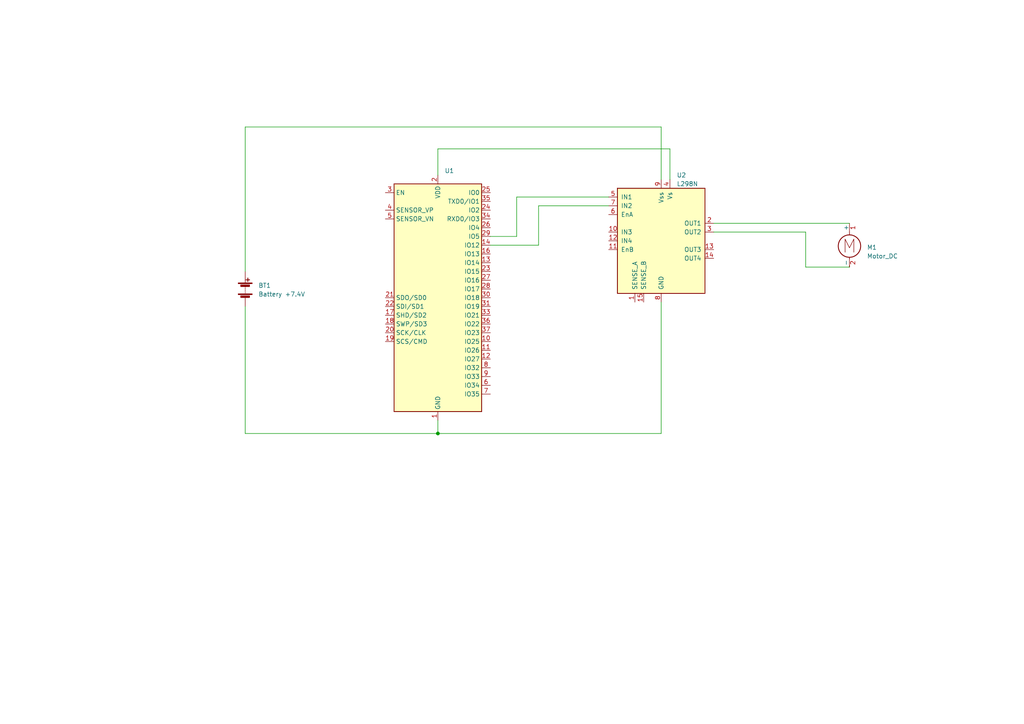
<source format=kicad_sch>
(kicad_sch (version 20230121) (generator eeschema)
  (paper "A4")
  (lib_symbols
    (symbol "Device:Battery" (pin_numbers hide) (pin_names (offset 0) hide)
      (property "Reference" "BT" (at 2.54 2.54 0))
      (property "Value" "Battery" (at 2.54 0 0))
      (symbol "Battery_0_1"
        (rectangle (start -2.032 -1.397) (end 2.032 -1.651) (fill (type outline)))
        (rectangle (start -2.032 1.778) (end 2.032 1.524) (fill (type outline)))
        (rectangle (start -1.3208 -1.9812) (end 1.27 -2.4892) (fill (type outline)))
        (rectangle (start -1.3208 1.1938) (end 1.27 0.6858) (fill (type outline)))
        (polyline (pts (xy 0 -1.524) (xy 0 -1.27)))
        (polyline (pts (xy 0 -1.016) (xy 0 -0.762)))
        (polyline (pts (xy 0 -0.508) (xy 0 -0.254)))
        (polyline (pts (xy 0 0) (xy 0 0.254)))
        (polyline (pts (xy 0 0.508) (xy 0 0.762)))
        (polyline (pts (xy 0 1.778) (xy 0 2.54)))
        (polyline (pts (xy 0.254 2.667) (xy 1.27 2.667)) (stroke (width 0.254)))
        (polyline (pts (xy 0.762 3.175) (xy 0.762 2.159)) (stroke (width 0.254)))
      )
      (symbol "Battery_1_1"
        (pin passive line (at 0 5.08 270) (length 2.54) (name "+") (number "1"))
        (pin passive line (at 0 -5.08 90) (length 2.54) (name "-") (number "2"))
      )
    )
    (symbol "Driver_Motor:L298N" (pin_names (offset 1.016))
      (property "Reference" "U" (at -10.16 16.51 0))
      (property "Value" "L298N" (at 12.7 16.51 0))
      (symbol "L298N_0_1"
        (rectangle (start -12.7 15.24) (end 12.7 -15.24) (stroke (width 0.254)) (fill (type background)))
      )
      (symbol "L298N_1_1"
        (pin power_in line (at -7.62 -17.78 90) (length 2.54) (name "SENSE_A") (number "1"))
        (pin input line (at -15.24 2.54 0) (length 2.54) (name "IN3") (number "10"))
        (pin input line (at -15.24 -2.54 0) (length 2.54) (name "EnB") (number "11"))
        (pin input line (at -15.24 0 0) (length 2.54) (name "IN4") (number "12"))
        (pin output line (at 15.24 -2.54 180) (length 2.54) (name "OUT3") (number "13"))
        (pin output line (at 15.24 -5.08 180) (length 2.54) (name "OUT4") (number "14"))
        (pin power_in line (at -5.08 -17.78 90) (length 2.54) (name "SENSE_B") (number "15"))
        (pin output line (at 15.24 5.08 180) (length 2.54) (name "OUT1") (number "2"))
        (pin output line (at 15.24 2.54 180) (length 2.54) (name "OUT2") (number "3"))
        (pin power_in line (at 2.54 17.78 270) (length 2.54) (name "Vs") (number "4"))
        (pin input line (at -15.24 12.7 0) (length 2.54) (name "IN1") (number "5"))
        (pin input line (at -15.24 7.62 0) (length 2.54) (name "EnA") (number "6"))
        (pin input line (at -15.24 10.16 0) (length 2.54) (name "IN2") (number "7"))
        (pin power_in line (at 0 -17.78 90) (length 2.54) (name "GND") (number "8"))
        (pin power_in line (at 0 17.78 270) (length 2.54) (name "Vss") (number "9"))
      )
    )
    (symbol "Motor:Motor_DC" (pin_names (offset 0))
      (property "Reference" "M" (at 2.54 2.54 0))
      (property "Value" "Motor_DC" (at 2.54 -5.08 0))
      (symbol "Motor_DC_0_0"
        (polyline (pts (xy -1.27 -3.302) (xy -1.27 0.508) (xy 0 -2.032) (xy 1.27 0.508) (xy 1.27 -3.302)))
      )
      (symbol "Motor_DC_0_1"
        (circle (center 0 -1.524) (radius 3.2512) (stroke (width 0.254)))
        (polyline (pts (xy 0 -7.62) (xy 0 -7.112)))
        (polyline (pts (xy 0 -4.7752) (xy 0 -5.1816)))
        (polyline (pts (xy 0 1.7272) (xy 0 2.0828)))
        (polyline (pts (xy 0 2.032) (xy 0 2.54)))
      )
      (symbol "Motor_DC_1_1"
        (pin passive line (at 0 5.08 270) (length 2.54) (name "+") (number "1"))
        (pin passive line (at 0 -7.62 90) (length 2.54) (name "-") (number "2"))
      )
    )
    (symbol "RF_Module:ESP32-WROOM-32"
      (property "Reference" "U" (at -12.7 34.29 0))
      (property "Value" "ESP32-WROOM-32" (at 1.27 34.29 0))
      (symbol "ESP32-WROOM-32_0_1"
        (rectangle (start -12.7 33.02) (end 12.7 -33.02) (stroke (width 0.254)) (fill (type background)))
      )
      (symbol "ESP32-WROOM-32_1_1"
        (pin power_in line (at 0 -35.56 90) (length 2.54) (name "GND") (number "1"))
        (pin bidirectional line (at 15.24 -12.7 180) (length 2.54) (name "IO25") (number "10"))
        (pin bidirectional line (at 15.24 -15.24 180) (length 2.54) (name "IO26") (number "11"))
        (pin bidirectional line (at 15.24 -17.78 180) (length 2.54) (name "IO27") (number "12"))
        (pin bidirectional line (at 15.24 10.16 180) (length 2.54) (name "IO14") (number "13"))
        (pin bidirectional line (at 15.24 15.24 180) (length 2.54) (name "IO12") (number "14"))
        (pin passive line (at 0 -35.56 90) (length 2.54) hide (name "GND") (number "15"))
        (pin bidirectional line (at 15.24 12.7 180) (length 2.54) (name "IO13") (number "16"))
        (pin bidirectional line (at -15.24 -5.08 0) (length 2.54) (name "SHD/SD2") (number "17"))
        (pin bidirectional line (at -15.24 -7.62 0) (length 2.54) (name "SWP/SD3") (number "18"))
        (pin bidirectional line (at -15.24 -12.7 0) (length 2.54) (name "SCS/CMD") (number "19"))
        (pin power_in line (at 0 35.56 270) (length 2.54) (name "VDD") (number "2"))
        (pin bidirectional line (at -15.24 -10.16 0) (length 2.54) (name "SCK/CLK") (number "20"))
        (pin bidirectional line (at -15.24 0 0) (length 2.54) (name "SDO/SD0") (number "21"))
        (pin bidirectional line (at -15.24 -2.54 0) (length 2.54) (name "SDI/SD1") (number "22"))
        (pin bidirectional line (at 15.24 7.62 180) (length 2.54) (name "IO15") (number "23"))
        (pin bidirectional line (at 15.24 25.4 180) (length 2.54) (name "IO2") (number "24"))
        (pin bidirectional line (at 15.24 30.48 180) (length 2.54) (name "IO0") (number "25"))
        (pin bidirectional line (at 15.24 20.32 180) (length 2.54) (name "IO4") (number "26"))
        (pin bidirectional line (at 15.24 5.08 180) (length 2.54) (name "IO16") (number "27"))
        (pin bidirectional line (at 15.24 2.54 180) (length 2.54) (name "IO17") (number "28"))
        (pin bidirectional line (at 15.24 17.78 180) (length 2.54) (name "IO5") (number "29"))
        (pin input line (at -15.24 30.48 0) (length 2.54) (name "EN") (number "3"))
        (pin bidirectional line (at 15.24 0 180) (length 2.54) (name "IO18") (number "30"))
        (pin bidirectional line (at 15.24 -2.54 180) (length 2.54) (name "IO19") (number "31"))
        (pin no_connect line (at -12.7 -27.94 0) (length 2.54) hide (name "NC") (number "32"))
        (pin bidirectional line (at 15.24 -5.08 180) (length 2.54) (name "IO21") (number "33"))
        (pin bidirectional line (at 15.24 22.86 180) (length 2.54) (name "RXD0/IO3") (number "34"))
        (pin bidirectional line (at 15.24 27.94 180) (length 2.54) (name "TXD0/IO1") (number "35"))
        (pin bidirectional line (at 15.24 -7.62 180) (length 2.54) (name "IO22") (number "36"))
        (pin bidirectional line (at 15.24 -10.16 180) (length 2.54) (name "IO23") (number "37"))
        (pin passive line (at 0 -35.56 90) (length 2.54) hide (name "GND") (number "38"))
        (pin passive line (at 0 -35.56 90) (length 2.54) hide (name "GND") (number "39"))
        (pin input line (at -15.24 25.4 0) (length 2.54) (name "SENSOR_VP") (number "4"))
        (pin input line (at -15.24 22.86 0) (length 2.54) (name "SENSOR_VN") (number "5"))
        (pin input line (at 15.24 -25.4 180) (length 2.54) (name "IO34") (number "6"))
        (pin input line (at 15.24 -27.94 180) (length 2.54) (name "IO35") (number "7"))
        (pin bidirectional line (at 15.24 -20.32 180) (length 2.54) (name "IO32") (number "8"))
        (pin bidirectional line (at 15.24 -22.86 180) (length 2.54) (name "IO33") (number "9"))
      )
    )
  )
  (junction (at 127 125.73))
  (wire (pts (xy 176.53 57.15) (xy 149.86 57.15)))
  (wire (pts (xy 233.68 77.47) (xy 246.38 77.47)))
  (wire (pts (xy 176.53 59.69) (xy 156.21 59.69)))
  (wire (pts (xy 149.86 57.15) (xy 149.86 68.58)))
  (wire (pts (xy 71.12 36.83) (xy 71.12 78.74)))
  (wire (pts (xy 156.21 71.12) (xy 142.24 71.12)))
  (wire (pts (xy 191.77 52.07) (xy 191.77 36.83)))
  (wire (pts (xy 71.12 88.9) (xy 71.12 125.73)))
  (wire (pts (xy 233.68 67.31) (xy 233.68 77.47)))
  (wire (pts (xy 207.01 67.31) (xy 233.68 67.31)))
  (wire (pts (xy 71.12 125.73) (xy 127 125.73)))
  (wire (pts (xy 149.86 68.58) (xy 142.24 68.58)))
  (wire (pts (xy 127 43.18) (xy 127 50.8)))
  (wire (pts (xy 127 125.73) (xy 127 121.92)))
  (wire (pts (xy 191.77 36.83) (xy 71.12 36.83)))
  (wire (pts (xy 207.01 64.77) (xy 246.38 64.77)))
  (wire (pts (xy 191.77 87.63) (xy 191.77 125.73)))
  (wire (pts (xy 194.31 43.18) (xy 127 43.18)))
  (wire (pts (xy 194.31 52.07) (xy 194.31 43.18)))
  (wire (pts (xy 127 125.73) (xy 191.77 125.73)))
  (wire (pts (xy 156.21 59.69) (xy 156.21 71.12)))
  (symbol (lib_id "Device:Battery") (at 71.12 83.82 0) (unit 1)
    (property "Reference" "BT1" (at 74.93 82.804 0) (effects (justify left)))
    (property "Value" "Battery +7.4V" (at 74.93 85.344 0) (effects (justify left)))
  )
  (symbol (lib_id "RF_Module:ESP32-WROOM-32") (at 127 86.36 0) (unit 1)
    (property "Reference" "U1" (at 128.9559 49.53 0) (effects (justify left)))
    (property "Value" "ESP32-WROOM-32" (effects hide))
    (property "Footprint" "RF_Module:ESP32-WROOM-32" (effects hide))
    (property "Datasheet" "https://www.espressif.com/sites/default/files/documentation/esp32-wroom-32_datasheet_en.pdf" (effects hide))
  )
  (symbol (lib_id "Motor:Motor_DC") (at 246.38 69.85 0) (unit 1)
    (property "Reference" "M1" (at 251.46 71.755 0) (effects (justify left)))
    (property "Value" "Motor_DC" (at 251.46 74.295 0) (effects (justify left)))
  )
  (symbol (lib_id "Driver_Motor:L298N") (at 191.77 69.85 0) (unit 1)
    (property "Reference" "U2" (at 196.2659 50.8 0) (effects (justify left)))
    (property "Value" "L298N" (at 196.2659 53.34 0) (effects (justify left)))
    (property "Footprint" "Package_TO_SOT_THT:TO-220-15_P2.54x2.54mm_StaggerOdd_Lead4.58mm_Vertical" (effects hide))
    (property "Datasheet" "http://www.st.com/st-web-ui/static/active/en/resource/technical/document/datasheet/CD00000240.pdf" (effects hide))
  )
)
</source>
